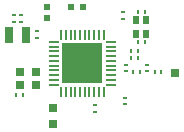
<source format=gtp>
G04*
G04 #@! TF.GenerationSoftware,Altium Limited,Altium Designer,19.0.15 (446)*
G04*
G04 Layer_Color=8421504*
%FSLAX24Y24*%
%MOIN*%
G70*
G01*
G75*
%ADD16R,0.0295X0.0315*%
%ADD17R,0.0106X0.0118*%
%ADD18R,0.0118X0.0106*%
%ADD19R,0.0217X0.0256*%
%ADD20R,0.0236X0.0197*%
%ADD21R,0.0295X0.0551*%
%ADD22R,0.0315X0.0315*%
%ADD23R,0.0197X0.0236*%
%ADD24R,0.0315X0.0295*%
%ADD25R,0.1378X0.1378*%
%ADD26O,0.0079X0.0335*%
%ADD27O,0.0335X0.0079*%
D16*
X-2077Y-709D02*
D03*
X-1545D02*
D03*
X-1545Y-276D02*
D03*
X-2077D02*
D03*
D17*
X-1974Y-1053D02*
D03*
X-2199D02*
D03*
X1852Y185D02*
D03*
X1628D02*
D03*
X1852Y415D02*
D03*
X1628D02*
D03*
X1858Y715D02*
D03*
X2082D02*
D03*
X2082Y1715D02*
D03*
X1858D02*
D03*
X2408Y-276D02*
D03*
X2632D02*
D03*
X1699D02*
D03*
X1923D02*
D03*
D18*
X1339Y1697D02*
D03*
Y1472D02*
D03*
X423Y-1608D02*
D03*
Y-1384D02*
D03*
X1417Y-1372D02*
D03*
Y-1148D02*
D03*
X-1516Y1067D02*
D03*
Y843D02*
D03*
X1457Y-270D02*
D03*
Y-45D02*
D03*
X-2283Y1608D02*
D03*
Y1384D02*
D03*
X-2047Y1608D02*
D03*
Y1384D02*
D03*
X2165Y-270D02*
D03*
Y-45D02*
D03*
D19*
X1803Y979D02*
D03*
X2137D02*
D03*
Y1431D02*
D03*
X1803Y1431D02*
D03*
D20*
X29Y1876D02*
D03*
X-364D02*
D03*
D21*
X-1880Y945D02*
D03*
X-2451D02*
D03*
D22*
X3091Y-315D02*
D03*
D23*
X-1181Y1890D02*
D03*
Y1496D02*
D03*
D24*
X-984Y-1506D02*
D03*
Y-2037D02*
D03*
D25*
X0Y0D02*
D03*
D26*
X-709Y945D02*
D03*
X-551D02*
D03*
X-394D02*
D03*
X-236D02*
D03*
X-79D02*
D03*
X79D02*
D03*
X236D02*
D03*
X394D02*
D03*
X551D02*
D03*
X709D02*
D03*
Y-945D02*
D03*
X551D02*
D03*
X394D02*
D03*
X236D02*
D03*
X79D02*
D03*
X-79D02*
D03*
X-236D02*
D03*
X-394D02*
D03*
X-551D02*
D03*
X-709D02*
D03*
D27*
X945Y709D02*
D03*
Y551D02*
D03*
Y394D02*
D03*
Y236D02*
D03*
Y79D02*
D03*
Y-79D02*
D03*
Y-236D02*
D03*
Y-394D02*
D03*
Y-551D02*
D03*
Y-709D02*
D03*
X-945D02*
D03*
Y-551D02*
D03*
Y-394D02*
D03*
Y-236D02*
D03*
Y-79D02*
D03*
Y79D02*
D03*
Y236D02*
D03*
Y394D02*
D03*
Y551D02*
D03*
Y709D02*
D03*
M02*

</source>
